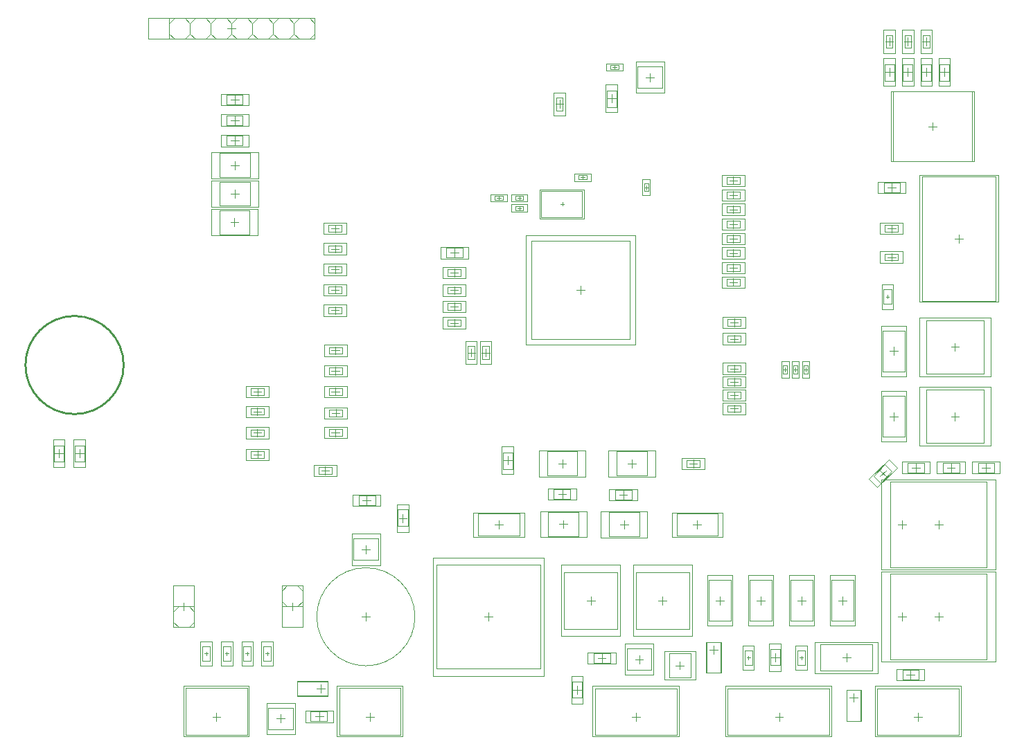
<source format=gbo>
G04*
G04 #@! TF.GenerationSoftware,Altium Limited,Altium Designer,21.8.1 (53)*
G04*
G04 Layer_Color=32896*
%FSLAX44Y44*%
%MOMM*%
G71*
G04*
G04 #@! TF.SameCoordinates,1FB688D2-263A-4AAE-8E22-032C2D514067*
G04*
G04*
G04 #@! TF.FilePolarity,Positive*
G04*
G01*
G75*
%ADD13C,0.2540*%
%ADD14C,0.0500*%
%ADD17C,0.1000*%
D13*
X229000Y545500D02*
G03*
X229000Y545500I-60000J0D01*
G01*
D14*
X422300Y224600D02*
X447700D01*
Y275400D01*
X422300D02*
X447700D01*
X422300Y224600D02*
Y275400D01*
X315200Y224600D02*
Y275400D01*
X289800Y224600D02*
X315200D01*
X289800D02*
Y275400D01*
X315200D01*
X259200Y969950D02*
X462400D01*
Y944550D02*
Y969950D01*
X259200Y944550D02*
X462400D01*
X259200D02*
Y969950D01*
D17*
X585000Y237500D02*
G03*
X585000Y237500I-60000J0D01*
G01*
X847502Y577499D02*
Y697498D01*
X727502Y577499D02*
X847502D01*
X727502D02*
Y697498D01*
X847502D01*
X383002Y705352D02*
Y734652D01*
X346001Y705352D02*
X383002D01*
X346001D02*
Y734652D01*
X383002D01*
X843800Y172300D02*
Y198700D01*
X874200D01*
Y172300D02*
Y198700D01*
X843800Y172300D02*
X874200D01*
X457500Y121500D02*
X477492D01*
X457500Y109500D02*
X477492D01*
X457500D02*
Y121500D01*
X477492Y109500D02*
Y121500D01*
X789250Y138508D02*
Y158500D01*
X777250Y138508D02*
Y158500D01*
X789250D01*
X777250Y138508D02*
X789250D01*
X803758Y181000D02*
X823750D01*
X803758Y193000D02*
X823750D01*
Y181000D02*
Y193000D01*
X803758Y181000D02*
Y193000D01*
X436200Y99800D02*
Y126200D01*
X405800Y99800D02*
X436200D01*
X405800D02*
Y126200D01*
X436200D01*
X895550Y193200D02*
X921950D01*
Y162800D02*
Y193200D01*
X895550Y162800D02*
X921950D01*
X895550D02*
Y193200D01*
X767500Y292301D02*
X832499D01*
X767500Y222701D02*
Y292301D01*
Y222701D02*
X832499D01*
Y292301D01*
X919999Y222701D02*
Y292301D01*
X855000Y222701D02*
X919999D01*
X855000D02*
Y292301D01*
X919999D01*
X967000Y93000D02*
X1091000D01*
X967000D02*
Y150000D01*
X1091000D01*
Y93000D02*
Y150000D01*
X611501Y300998D02*
X738501D01*
X611501Y173998D02*
X738501D01*
X611501D02*
Y300998D01*
X738501Y173998D02*
Y300998D01*
X625000Y654500D02*
X641000D01*
X625000Y662501D02*
X641000D01*
Y654500D02*
Y662501D01*
X625000Y654500D02*
Y662501D01*
X967250Y528750D02*
X983250D01*
X967250Y520749D02*
X983250D01*
X967250D02*
Y528750D01*
X983250Y520749D02*
Y528750D01*
X983000Y593499D02*
Y601500D01*
X967000Y593499D02*
Y601500D01*
Y593499D02*
X983000D01*
X967000Y601500D02*
X983000D01*
Y573499D02*
Y581500D01*
X967000Y573499D02*
Y581500D01*
Y573499D02*
X983000D01*
X967000Y581500D02*
X983000D01*
X1165993Y297498D02*
Y402499D01*
X1283993D01*
Y297498D02*
Y402499D01*
X1165993Y297498D02*
X1283993D01*
X1175000Y350000D02*
X1185000D01*
X1180000Y345000D02*
Y355000D01*
X1157748Y620252D02*
Y637751D01*
X1167248D01*
Y620252D02*
Y637751D01*
X1157748Y620252D02*
X1167248D01*
X1159500Y673500D02*
Y681501D01*
X1175500Y673500D02*
Y681501D01*
X1159500D02*
X1175500D01*
X1159500Y673500D02*
X1175500D01*
X1159500Y708500D02*
Y716501D01*
X1175500Y708500D02*
Y716501D01*
X1159500D02*
X1175500D01*
X1159500Y708500D02*
X1175500D01*
X1204450Y623800D02*
Y776200D01*
X1294450D01*
Y623800D02*
Y776200D01*
X1204450Y623800D02*
X1294450D01*
X1158008Y756500D02*
Y768500D01*
X1178000Y756500D02*
Y768500D01*
X1158008D02*
X1178000D01*
X1158008Y756500D02*
X1178000D01*
X623508Y676750D02*
X643500D01*
X623508Y688750D02*
X643500D01*
Y676750D02*
Y688750D01*
X623508Y676750D02*
Y688750D01*
X983250Y536999D02*
Y545000D01*
X967250Y536999D02*
Y545000D01*
Y536999D02*
X983250D01*
X967250Y545000D02*
X983250D01*
X967250Y512500D02*
X983250D01*
X967250Y504499D02*
X983250D01*
X967250D02*
Y512500D01*
X983250Y504499D02*
Y512500D01*
X967250Y496250D02*
X983250D01*
X967250Y488249D02*
X983250D01*
X967250D02*
Y496250D01*
X983250Y488249D02*
Y496250D01*
X987749Y178752D02*
Y196252D01*
X997248D01*
Y178752D02*
Y196252D01*
X987749Y178752D02*
X997248D01*
X1019000Y178008D02*
X1031000D01*
X1019000Y198000D02*
X1031000D01*
X1019000Y178008D02*
Y198000D01*
X1031000Y178008D02*
Y198000D01*
X1052498Y178752D02*
Y196252D01*
X1061998D01*
Y178752D02*
Y196252D01*
X1052498Y178752D02*
X1061998D01*
X1080750Y171500D02*
Y203500D01*
X1144250Y171500D02*
Y203500D01*
X1080750D02*
X1144250D01*
X1080750Y171500D02*
X1144250D01*
X941500Y168751D02*
Y206251D01*
X958500D01*
Y168751D02*
Y206251D01*
X941500Y168751D02*
X958500D01*
X1180000Y232500D02*
Y242500D01*
X1175000Y237500D02*
X1185000D01*
X1165993Y184998D02*
X1283993D01*
Y289999D01*
X1165993D02*
X1283993D01*
X1165993Y184998D02*
Y289999D01*
X1180758Y160750D02*
X1200751D01*
X1180758Y172750D02*
X1200751D01*
Y160750D02*
Y172750D01*
X1180758Y160750D02*
Y172750D01*
X1112751Y110251D02*
X1129750D01*
Y147751D01*
X1112751D02*
X1129750D01*
X1112751Y110251D02*
Y147751D01*
X1250000Y93000D02*
Y150000D01*
X1150000D02*
X1250000D01*
X1150000Y93000D02*
Y150000D01*
Y93000D02*
X1250000D01*
X905000D02*
Y150000D01*
X805000D02*
X905000D01*
X805000Y93000D02*
Y150000D01*
Y93000D02*
X905000D01*
X1093999Y232500D02*
Y282500D01*
X1120998D01*
Y232500D02*
Y282500D01*
X1093999Y232500D02*
X1120998D01*
X1044002Y282500D02*
X1071002D01*
X1044002Y232500D02*
Y282500D01*
Y232500D02*
X1071002D01*
Y282500D01*
X994002D02*
X1021001D01*
X994002Y232500D02*
Y282500D01*
Y232500D02*
X1021001D01*
Y282500D01*
X943999Y232500D02*
X970998D01*
Y282500D01*
X943999D02*
X970998D01*
X943999Y232500D02*
Y282500D01*
X933250Y420749D02*
Y428750D01*
X917250Y420749D02*
Y428750D01*
Y420749D02*
X933250D01*
X917250Y428750D02*
X933250D01*
X830008Y380750D02*
X850000D01*
X830008Y392750D02*
X850000D01*
Y380750D02*
Y392750D01*
X830008Y380750D02*
Y392750D01*
X774492Y381500D02*
Y393500D01*
X754500Y381500D02*
Y393500D01*
Y381500D02*
X774492D01*
X754500Y393500D02*
X774492D01*
X712500Y336499D02*
Y363498D01*
X662500D02*
X712500D01*
X662500Y336499D02*
Y363498D01*
Y336499D02*
X712500D01*
X748001Y365401D02*
X785002D01*
X748001Y336101D02*
Y365401D01*
Y336101D02*
X785002D01*
Y365401D01*
X955000Y336499D02*
Y363498D01*
X905000D02*
X955000D01*
X905000Y336499D02*
Y363498D01*
Y336499D02*
X955000D01*
X821998Y335849D02*
X858998D01*
Y365148D01*
X821998D02*
X858998D01*
X821998Y335849D02*
Y365148D01*
X831498Y410348D02*
X868499D01*
Y439648D01*
X831498D02*
X868499D01*
X831498Y410348D02*
Y439648D01*
X746501Y439652D02*
X783502D01*
X746501Y410352D02*
Y439652D01*
Y410352D02*
X783502D01*
Y439652D01*
X692250Y438242D02*
X704250D01*
X692250Y418250D02*
X704250D01*
Y438242D01*
X692250Y418250D02*
Y438242D01*
X1060000Y535000D02*
Y545000D01*
X1065000Y535000D02*
Y545000D01*
X1060000Y535000D02*
X1065000D01*
X1060000Y545000D02*
X1065000D01*
X1052500Y535000D02*
Y545000D01*
X1047500Y535000D02*
Y545000D01*
X1052500D01*
X1047500Y535000D02*
X1052500D01*
X1035000D02*
Y545000D01*
X1040000Y535000D02*
Y545000D01*
X1035000Y535000D02*
X1040000D01*
X1035000Y545000D02*
X1040000D01*
X667499Y552500D02*
X675500D01*
X667499Y568500D02*
X675500D01*
X667499Y552500D02*
Y568500D01*
X675500Y552500D02*
Y568500D01*
X649749Y552500D02*
X657750D01*
X649749Y568500D02*
X657750D01*
X649749Y552500D02*
Y568500D01*
X657750Y552500D02*
Y568500D01*
X982000Y767249D02*
Y775250D01*
X966000Y767249D02*
Y775250D01*
Y767249D02*
X982000D01*
X966000Y775250D02*
X982000D01*
X982000Y749499D02*
Y757500D01*
X966000Y749499D02*
Y757500D01*
Y749499D02*
X982000D01*
X966000Y757500D02*
X982000D01*
X966000Y721750D02*
X982000D01*
X966000Y713749D02*
X982000D01*
X966000D02*
Y721750D01*
X982000Y713749D02*
Y721750D01*
X966000Y704000D02*
X982000D01*
X966000Y695999D02*
X982000D01*
X966000D02*
Y704000D01*
X982000Y695999D02*
Y704000D01*
Y678499D02*
Y686500D01*
X966000Y678499D02*
Y686500D01*
Y678499D02*
X982000D01*
X966000Y686500D02*
X982000D01*
Y660499D02*
Y668500D01*
X966000Y660499D02*
Y668500D01*
Y660499D02*
X982000D01*
X966000Y668500D02*
X982000D01*
Y642749D02*
Y650750D01*
X966000Y642749D02*
Y650750D01*
Y642749D02*
X982000D01*
X966000Y650750D02*
X982000D01*
X739498Y726500D02*
Y758500D01*
X789499D01*
Y726500D02*
Y758500D01*
X739498Y726500D02*
X789499D01*
X707500Y747500D02*
X717500D01*
X707500Y752500D02*
X717500D01*
Y747500D02*
Y752500D01*
X707500Y747500D02*
Y752500D01*
Y735000D02*
X717500D01*
X707500Y740000D02*
X717500D01*
Y735000D02*
Y740000D01*
X707500Y735000D02*
Y740000D01*
X682500Y752500D02*
X692500D01*
X682500Y747500D02*
X692500D01*
X682500D02*
Y752500D01*
X692500Y747500D02*
Y752500D01*
X785000Y772500D02*
X795000D01*
X785000Y777500D02*
X795000D01*
Y772500D02*
Y777500D01*
X785000Y772500D02*
Y777500D01*
X757750Y873000D02*
X765751D01*
X757750Y857000D02*
X765751D01*
Y873000D01*
X757750Y857000D02*
Y873000D01*
X857050Y884300D02*
X887450D01*
Y910700D01*
X857050D02*
X887450D01*
X857050Y884300D02*
Y910700D01*
X819250Y881242D02*
X831250D01*
X819250Y861250D02*
X831250D01*
Y881242D01*
X819250Y861250D02*
Y881242D01*
X824000Y907500D02*
X834000D01*
X824000Y912500D02*
X834000D01*
Y907500D02*
Y912500D01*
X824000Y907500D02*
Y912500D01*
X870000Y758000D02*
Y768000D01*
X865000Y758000D02*
Y768000D01*
X870000D01*
X865000Y758000D02*
X870000D01*
X625000Y593000D02*
X641000D01*
X625000Y601001D02*
X641000D01*
Y593000D02*
Y601001D01*
X625000Y593000D02*
Y601001D01*
X625000Y613000D02*
Y621001D01*
X641000Y613000D02*
Y621001D01*
X625000D02*
X641000D01*
X625000Y613000D02*
X641000D01*
X625000Y633000D02*
Y641001D01*
X641000Y633000D02*
Y641001D01*
X625000D02*
X641000D01*
X625000Y633000D02*
X641000D01*
X564250Y348758D02*
X576250D01*
X564250Y368750D02*
X576250D01*
X564250Y348758D02*
Y368750D01*
X576250Y348758D02*
Y368750D01*
X516508Y373750D02*
Y385750D01*
X536500Y373750D02*
Y385750D01*
X516508D02*
X536500D01*
X516508Y373750D02*
X536500D01*
X441251Y141250D02*
Y158250D01*
Y141250D02*
X478751D01*
Y158250D01*
X441251D02*
X478751D01*
X305000Y150750D02*
X380000D01*
Y93250D02*
Y150750D01*
X305000Y93250D02*
X380000D01*
X305000D02*
Y150750D01*
X492500Y93250D02*
Y150750D01*
Y93250D02*
X567500D01*
Y150750D01*
X492500D02*
X567500D01*
X399752Y201248D02*
X409252D01*
X399752Y183749D02*
Y201248D01*
Y183749D02*
X409252D01*
Y201248D01*
X375252D02*
X384752D01*
X375252Y183749D02*
Y201248D01*
Y183749D02*
X384752D01*
Y201248D01*
X350252D02*
X359752D01*
X350252Y183749D02*
Y201248D01*
Y183749D02*
X359752D01*
Y201248D01*
X325252D02*
X334752D01*
X325252Y183749D02*
Y201248D01*
Y183749D02*
X334752D01*
Y201248D01*
X422300Y224600D02*
Y250000D01*
X447700D01*
X422300Y224600D02*
X447700D01*
X422300Y256350D02*
X428650Y250000D01*
X422300Y256350D02*
Y269050D01*
X428650Y275400D01*
X441350D01*
X447700Y269050D01*
Y256350D02*
Y269050D01*
X441350Y250000D02*
X447700Y256350D01*
Y224600D02*
Y250000D01*
X289800D02*
Y275400D01*
Y243650D02*
X296150Y250000D01*
X289800Y230950D02*
Y243650D01*
Y230950D02*
X296150Y224600D01*
X308850D01*
X315200Y230950D01*
Y243650D01*
X308850Y250000D02*
X315200Y243650D01*
X289800Y275400D02*
X315200D01*
X289800Y250000D02*
X315200D01*
Y275400D01*
X169000Y446992D02*
X181000D01*
X169000Y427000D02*
X181000D01*
Y446992D01*
X169000Y427000D02*
Y446992D01*
X144000Y427000D02*
Y446992D01*
X156000Y427000D02*
Y446992D01*
X144000Y427000D02*
X156000D01*
X144000Y446992D02*
X156000D01*
X346501Y769651D02*
X383501D01*
X346501Y740352D02*
Y769651D01*
Y740352D02*
X383501D01*
Y769651D01*
X384500Y432000D02*
X400500D01*
X384500Y440001D02*
X400500D01*
Y432000D02*
Y440001D01*
X384500Y432000D02*
Y440001D01*
X384250Y458500D02*
X400250D01*
X384250Y466501D02*
X400250D01*
Y458500D02*
Y466501D01*
X384250Y458500D02*
Y466501D01*
X384250Y484500D02*
Y492501D01*
X400250Y484500D02*
Y492501D01*
X384250D02*
X400250D01*
X384250Y484500D02*
X400250D01*
X384500Y508750D02*
Y516751D01*
X400500Y508750D02*
Y516751D01*
X384500D02*
X400500D01*
X384500Y508750D02*
X400500D01*
X479750Y458750D02*
Y466751D01*
X495750Y458750D02*
Y466751D01*
X479750D02*
X495750D01*
X479750Y458750D02*
X495750D01*
X480250Y482750D02*
Y490751D01*
X496250Y482750D02*
Y490751D01*
X480250D02*
X496250D01*
X480250Y482750D02*
X496250D01*
X479750Y509000D02*
Y517001D01*
X495750Y509000D02*
Y517001D01*
X479750D02*
X495750D01*
X479750Y509000D02*
X495750D01*
X479750Y534250D02*
X495750D01*
X479750Y542251D02*
X495750D01*
Y534250D02*
Y542251D01*
X479750Y534250D02*
Y542251D01*
Y559250D02*
X495750D01*
X479750Y567252D02*
X495750D01*
Y559250D02*
Y567252D01*
X479750Y559250D02*
Y567252D01*
X467250Y412250D02*
X483250D01*
X467250Y420251D02*
X483250D01*
Y412250D02*
Y420251D01*
X467250Y412250D02*
Y420251D01*
X479500Y658500D02*
X495500D01*
X479500Y666501D02*
X495500D01*
Y658500D02*
Y666501D01*
X479500Y658500D02*
Y666501D01*
Y683500D02*
X495500D01*
X479500Y691501D02*
X495500D01*
Y683500D02*
Y691501D01*
X479500Y683500D02*
Y691501D01*
Y708500D02*
X495500D01*
X479500Y716501D02*
X495500D01*
Y708500D02*
Y716501D01*
X479500Y708500D02*
Y716501D01*
X346501Y804652D02*
X383501D01*
X346501Y775352D02*
Y804652D01*
Y775352D02*
X383501D01*
Y804652D01*
X411600Y963600D02*
X417950Y969950D01*
X430650D01*
X437000Y963600D01*
Y950900D02*
Y963600D01*
X430650Y944550D02*
X437000Y950900D01*
X417950Y944550D02*
X430650D01*
X411600Y950900D02*
X417950Y944550D01*
X360800Y963600D02*
X367150Y969950D01*
X379850D01*
X386200Y963600D01*
Y950900D02*
Y963600D01*
X379850Y944550D02*
X386200Y950900D01*
X367150Y944550D02*
X379850D01*
X360800Y950900D02*
X367150Y944550D01*
X335400Y950900D02*
X341750Y944550D01*
X354450D01*
X360800Y950900D01*
Y963600D01*
X354450Y969950D02*
X360800Y963600D01*
X341750Y969950D02*
X354450D01*
X335400Y963600D02*
X341750Y969950D01*
X310000Y963600D02*
X316350Y969950D01*
X329050D01*
X335400Y963600D01*
Y950900D02*
Y963600D01*
X329050Y944550D02*
X335400Y950900D01*
X316350Y944550D02*
X329050D01*
X310000Y950900D02*
X316350Y944550D01*
X259200D02*
X284600D01*
Y950900D02*
X290950Y944550D01*
X303650D01*
X310000Y950900D01*
Y963600D01*
X303650Y969950D02*
X310000Y963600D01*
X290950Y969950D02*
X303650D01*
X284600Y963600D02*
X290950Y969950D01*
X259200Y944550D02*
Y969950D01*
X284600Y944550D02*
Y969950D01*
X259200D02*
X284600D01*
X386200Y950900D02*
X392550Y944550D01*
X405250D01*
X411600Y950900D01*
Y963600D01*
X405250Y969950D02*
X411600Y963600D01*
X392550Y969950D02*
X405250D01*
X386200Y963600D02*
X392550Y969950D01*
X437000Y950900D02*
X443350Y944550D01*
X456050D01*
X462400Y950900D01*
Y963600D01*
X456050Y969950D02*
X462400Y963600D01*
X443350Y969950D02*
X456050D01*
X437000Y963600D02*
X443350Y969950D01*
X374492Y814000D02*
Y826000D01*
X354500Y814000D02*
Y826000D01*
Y814000D02*
X374492D01*
X354500Y826000D02*
X374492D01*
Y839000D02*
Y851000D01*
X354500Y839000D02*
Y851000D01*
Y839000D02*
X374492D01*
X354500Y851000D02*
X374492D01*
Y864000D02*
Y876000D01*
X354500Y864000D02*
Y876000D01*
Y864000D02*
X374492D01*
X354500Y876000D02*
X374492D01*
X1266018Y795000D02*
Y880000D01*
X1169016D02*
X1266018D01*
X1169016Y795000D02*
Y880000D01*
Y795000D02*
X1266018D01*
X1156502Y587500D02*
X1183501D01*
X1156502Y537500D02*
Y587500D01*
Y537500D02*
X1183501D01*
Y587500D01*
X1210199Y534999D02*
Y599999D01*
Y534999D02*
X1279799D01*
Y599999D01*
X1210199D02*
X1279799D01*
X1210199Y514999D02*
X1279799D01*
Y450000D02*
Y514999D01*
X1210199Y450000D02*
X1279799D01*
X1210199D02*
Y514999D01*
X1183501Y457500D02*
Y507500D01*
X1156502Y457500D02*
X1183501D01*
X1156502D02*
Y507500D01*
X1183501D01*
X1145333Y409818D02*
X1159469Y423954D01*
X1153818Y401333D02*
X1167954Y415469D01*
X1145333Y409818D02*
X1153818Y401333D01*
X1159469Y423954D02*
X1167954Y415469D01*
X1206992Y414000D02*
Y426000D01*
X1187000Y414000D02*
Y426000D01*
Y414000D02*
X1206992D01*
X1187000Y426000D02*
X1206992D01*
X1230508Y414000D02*
Y426000D01*
X1250500Y414000D02*
Y426000D01*
X1230508D02*
X1250500D01*
X1230508Y414000D02*
X1250500D01*
X1273008D02*
Y426000D01*
X1293000Y414000D02*
Y426000D01*
X1273008D02*
X1293000D01*
X1273008Y414000D02*
X1293000D01*
X1225750Y913242D02*
X1237750D01*
X1225750Y893250D02*
X1237750D01*
Y913242D01*
X1225750Y893250D02*
Y913242D01*
X510050Y333200D02*
X540449D01*
X510050Y306800D02*
Y333200D01*
Y306800D02*
X540449D01*
Y333200D01*
X1158750Y913242D02*
X1170750D01*
X1158750Y893250D02*
X1170750D01*
Y913242D01*
X1158750Y893250D02*
Y913242D01*
X1181250D02*
X1193250D01*
X1181250Y893250D02*
X1193250D01*
Y913242D01*
X1181250Y893250D02*
Y913242D01*
X1203750D02*
X1215750D01*
X1203750Y893250D02*
X1215750D01*
Y913242D01*
X1203750Y893250D02*
Y913242D01*
X1205749Y933250D02*
X1213750D01*
X1205749Y949250D02*
X1213750D01*
X1205749Y933250D02*
Y949250D01*
X1213750Y933250D02*
Y949250D01*
X1183249Y933250D02*
X1191250D01*
X1183249Y949250D02*
X1191250D01*
X1183249Y933250D02*
Y949250D01*
X1191250Y933250D02*
Y949250D01*
X1160749Y933250D02*
X1168750D01*
X1160749Y949250D02*
X1168750D01*
X1160749Y933250D02*
Y949250D01*
X1168750Y933250D02*
Y949250D01*
X982000Y731749D02*
Y739750D01*
X966000Y731749D02*
Y739750D01*
Y731749D02*
X982000D01*
X966000Y739750D02*
X982000D01*
X479500Y633500D02*
Y641501D01*
X495500Y633500D02*
Y641501D01*
X479500D02*
X495500D01*
X479500Y633500D02*
X495500D01*
X479500Y608500D02*
Y616501D01*
X495500Y608500D02*
Y616501D01*
X479500D02*
X495500D01*
X479500Y608500D02*
X495500D01*
X585000Y237500D02*
G03*
X585000Y237500I-60000J0D01*
G01*
X782500Y637500D02*
X792500D01*
X787500Y632500D02*
Y642500D01*
X720500Y570500D02*
Y704500D01*
X854500Y570500D02*
Y704500D01*
X720500Y570500D02*
X854500D01*
X720500Y704500D02*
X854500D01*
X336000Y736000D02*
X393000D01*
Y704000D02*
Y736000D01*
X336000Y704000D02*
X393000D01*
X336000D02*
Y736000D01*
X359500Y720000D02*
X369500D01*
X364500Y715000D02*
Y725000D01*
X841500Y166250D02*
X876500D01*
X841500Y204750D02*
X876500D01*
X841500Y166250D02*
Y204750D01*
X876500Y166250D02*
Y204750D01*
X859000Y180500D02*
Y190500D01*
X854000Y185500D02*
X864000D01*
X468000Y110500D02*
Y120500D01*
X463000Y115500D02*
X473000D01*
X485000Y108500D02*
Y122500D01*
X451000Y108500D02*
Y122500D01*
Y108500D02*
X485000D01*
X451000Y122500D02*
X485000D01*
X778250Y148000D02*
X788250D01*
X783250Y143000D02*
Y153000D01*
X776250Y131000D02*
X790250D01*
X776250Y165000D02*
X790250D01*
X776250Y131000D02*
Y165000D01*
X790250Y131000D02*
Y165000D01*
X813250Y182000D02*
Y192000D01*
X808250Y187000D02*
X818250D01*
X796250Y180000D02*
Y194000D01*
X830250Y180000D02*
Y194000D01*
X796250D02*
X830250D01*
X796250Y180000D02*
X830250D01*
X403500Y132250D02*
X438500D01*
X403500Y93750D02*
X438500D01*
Y132250D01*
X403500Y93750D02*
Y132250D01*
X421000Y108000D02*
Y118000D01*
X416000Y113000D02*
X426000D01*
X889500Y160500D02*
Y195500D01*
X928000Y160500D02*
Y195500D01*
X889500D02*
X928000D01*
X889500Y160500D02*
X928000D01*
X903750Y178000D02*
X913750D01*
X908750Y173000D02*
Y183000D01*
X795000Y257500D02*
X805000D01*
X800000Y252500D02*
Y262500D01*
X764000Y214000D02*
Y301000D01*
X836000Y214000D02*
Y301000D01*
X764000Y214000D02*
X836000D01*
X764000Y301000D02*
X836000D01*
X851500D02*
X923500D01*
X851500Y214000D02*
X923500D01*
Y301000D01*
X851500Y214000D02*
Y301000D01*
X887500Y252500D02*
Y262500D01*
X882500Y257500D02*
X892500D01*
X1025000Y115000D02*
X1035000D01*
X1030000Y110000D02*
Y120000D01*
X1094100Y90870D02*
Y153100D01*
X964560D02*
X1094100D01*
X964560Y90870D02*
Y153100D01*
Y90870D02*
X1094100D01*
X675000Y232500D02*
Y242500D01*
X670000Y237500D02*
X680000D01*
X742500Y165000D02*
Y310000D01*
X607500Y165000D02*
X742500D01*
X607500D02*
Y310000D01*
X742500D01*
X619000Y651500D02*
Y665500D01*
X647000Y651500D02*
Y665500D01*
X619000D02*
X647000D01*
X619000Y651500D02*
X647000D01*
X633000Y653750D02*
Y663250D01*
X628250Y658500D02*
X637750D01*
X989250Y517750D02*
Y531750D01*
X961250Y517750D02*
Y531750D01*
Y517750D02*
X989250D01*
X961250Y531750D02*
X989250D01*
X975250Y520000D02*
Y529500D01*
X970500Y524750D02*
X980000D01*
X970250Y597500D02*
X979750D01*
X975000Y592750D02*
Y602250D01*
X961000Y604500D02*
X989000D01*
X961000Y590500D02*
X989000D01*
X961000D02*
Y604500D01*
X989000Y590500D02*
Y604500D01*
X970250Y577500D02*
X979750D01*
X975000Y572750D02*
Y582250D01*
X961000Y584500D02*
X989000D01*
X961000Y570500D02*
X989000D01*
X961000D02*
Y584500D01*
X989000Y570500D02*
Y584500D01*
X1155000Y295000D02*
Y405000D01*
Y295000D02*
X1290000D01*
X1295000D01*
Y405000D01*
X1155000D02*
X1295000D01*
X1225000Y345000D02*
Y355000D01*
X1220000Y350000D02*
X1230000D01*
X1155500Y614000D02*
Y644000D01*
X1169500D01*
Y615000D02*
Y644000D01*
Y614000D02*
Y615000D01*
X1155500Y614000D02*
X1169500D01*
X1160500Y629000D02*
X1164500D01*
X1162500Y627000D02*
Y631000D01*
X1162750Y677500D02*
X1172250D01*
X1167500Y672750D02*
Y682250D01*
X1153500Y670500D02*
X1181500D01*
X1153500Y684500D02*
X1181500D01*
Y670500D02*
Y684500D01*
X1153500Y670500D02*
Y684500D01*
X1162750Y712500D02*
X1172250D01*
X1167500Y707750D02*
Y717250D01*
X1153500Y705500D02*
X1181500D01*
X1153500Y719500D02*
X1181500D01*
Y705500D02*
Y719500D01*
X1153500Y705500D02*
Y719500D01*
X1201740Y777470D02*
X1298260D01*
X1201740Y622530D02*
Y777470D01*
Y622530D02*
X1298260D01*
Y777470D01*
X1245000Y700000D02*
X1255000D01*
X1250000Y695000D02*
Y705000D01*
X1150500Y755500D02*
X1184500D01*
X1150500Y769500D02*
X1184500D01*
Y755500D02*
Y769500D01*
X1150500Y755500D02*
Y769500D01*
X1162500Y762500D02*
X1172500D01*
X1167500Y757500D02*
Y767500D01*
X633000Y677750D02*
Y687750D01*
X628000Y682750D02*
X638000D01*
X616000Y675750D02*
Y689750D01*
X650000Y675750D02*
Y689750D01*
X616000D02*
X650000D01*
X616000Y675750D02*
X650000D01*
X970500Y541000D02*
X980000D01*
X975250Y536250D02*
Y545750D01*
X961250Y548000D02*
X989250D01*
X961250Y534000D02*
X989250D01*
X961250D02*
Y548000D01*
X989250Y534000D02*
Y548000D01*
Y501500D02*
Y515500D01*
X961250Y501500D02*
Y515500D01*
Y501500D02*
X989250D01*
X961250Y515500D02*
X989250D01*
X975250Y503750D02*
Y513250D01*
X970500Y508500D02*
X980000D01*
X989250Y485250D02*
Y499250D01*
X961250Y485250D02*
Y499250D01*
Y485250D02*
X989250D01*
X961250Y499250D02*
X989250D01*
X975250Y487500D02*
Y497000D01*
X970500Y492250D02*
X980000D01*
X985500Y172500D02*
Y202500D01*
X999500D01*
Y173500D02*
Y202500D01*
Y172500D02*
Y173500D01*
X985500Y172500D02*
X999500D01*
X990500Y187500D02*
X994500D01*
X992500Y185500D02*
Y189500D01*
X1032000Y170500D02*
Y204500D01*
X1018000Y170500D02*
Y204500D01*
X1032000D01*
X1018000Y170500D02*
X1032000D01*
X1025000Y182500D02*
Y192500D01*
X1020000Y187500D02*
X1030000D01*
X1050250Y172500D02*
Y202500D01*
X1064250D01*
Y173500D02*
Y202500D01*
Y172500D02*
Y173500D01*
X1050250Y172500D02*
X1064250D01*
X1055250Y187500D02*
X1059250D01*
X1057250Y185500D02*
Y189500D01*
X1107500Y187500D02*
X1117500D01*
X1112500Y182500D02*
Y192500D01*
X1074000Y168500D02*
X1151000D01*
X1074000Y206500D02*
X1151000D01*
Y168500D02*
Y206500D01*
X1074000Y168500D02*
Y206500D01*
X945000Y197250D02*
X955000D01*
X950000Y192250D02*
Y202250D01*
X959000Y168750D02*
Y206251D01*
X941000Y168750D02*
Y206251D01*
X959000D01*
X941000Y168750D02*
X959000D01*
X1220000Y237500D02*
X1230000D01*
X1225000Y232500D02*
Y242500D01*
X1155000Y292500D02*
X1295000D01*
Y182500D02*
Y292500D01*
X1290000Y182500D02*
X1295000D01*
X1155000D02*
X1290000D01*
X1155000D02*
Y292500D01*
X1190250Y161750D02*
Y171750D01*
X1185250Y166750D02*
X1195250D01*
X1173250Y159750D02*
Y173750D01*
X1207250Y159750D02*
Y173750D01*
X1173250D02*
X1207250D01*
X1173250Y159750D02*
X1207250D01*
X1112250Y110250D02*
X1130250D01*
X1112250Y147751D02*
X1130250D01*
X1112250Y110250D02*
Y147751D01*
X1130250Y110250D02*
Y147751D01*
X1121250Y133750D02*
Y143750D01*
X1116250Y138750D02*
X1126250D01*
X1147060Y90870D02*
X1252470D01*
X1147060D02*
Y153100D01*
X1252470D01*
Y90870D02*
Y153100D01*
X1195000Y115000D02*
X1205000D01*
X1200000Y110000D02*
Y120000D01*
X802060Y90870D02*
X907470D01*
X802060D02*
Y153100D01*
X907470D01*
Y90870D02*
Y153100D01*
X850000Y115000D02*
X860000D01*
X855000Y110000D02*
Y120000D01*
X1102500Y257500D02*
X1112500D01*
X1107500Y252500D02*
Y262500D01*
X1092500Y226500D02*
X1122500D01*
Y288500D01*
X1092500D02*
X1122500D01*
X1092500Y226500D02*
Y288500D01*
X1072500Y226500D02*
Y288500D01*
X1042500Y226500D02*
X1072500D01*
X1042500D02*
Y288500D01*
X1072500D01*
X1057500Y252500D02*
Y262500D01*
X1052500Y257500D02*
X1062500D01*
X1022500Y226500D02*
Y288500D01*
X992500Y226500D02*
X1022500D01*
X992500D02*
Y288500D01*
X1022500D01*
X1007500Y252500D02*
Y262500D01*
X1002500Y257500D02*
X1012500D01*
X942500Y226500D02*
Y288500D01*
X972500D01*
Y226500D02*
Y288500D01*
X942500Y226500D02*
X972500D01*
X957500Y252500D02*
Y262500D01*
X952500Y257500D02*
X962500D01*
X920500Y424750D02*
X930000D01*
X925250Y420000D02*
Y429500D01*
X911250Y431750D02*
X939250D01*
X911250Y417750D02*
X939250D01*
X911250D02*
Y431750D01*
X939250Y417750D02*
Y431750D01*
X839500Y381750D02*
Y391750D01*
X834500Y386750D02*
X844500D01*
X822500Y379750D02*
Y393750D01*
X856500Y379750D02*
Y393750D01*
X822500D02*
X856500D01*
X822500Y379750D02*
X856500D01*
X748000Y394500D02*
X782000D01*
X748000Y380500D02*
X782000D01*
X748000D02*
Y394500D01*
X782000Y380500D02*
Y394500D01*
X760000Y387500D02*
X770000D01*
X765000Y382500D02*
Y392500D01*
X656500Y335000D02*
X718500D01*
X656500D02*
Y365000D01*
X718500D01*
Y335000D02*
Y365000D01*
X682500Y350000D02*
X692500D01*
X687500Y345000D02*
Y355000D01*
X766500Y345750D02*
Y355750D01*
X761500Y350750D02*
X771500D01*
X738000Y334750D02*
Y366750D01*
Y334750D02*
X795000D01*
Y366750D01*
X738000D02*
X795000D01*
X899000Y335000D02*
X961000D01*
X899000D02*
Y365000D01*
X961000D01*
Y335000D02*
Y365000D01*
X925000Y350000D02*
X935000D01*
X930000Y345000D02*
Y355000D01*
X840500Y345500D02*
Y355500D01*
X835500Y350500D02*
X845500D01*
X869000Y334500D02*
Y366500D01*
X812000D02*
X869000D01*
X812000Y334500D02*
Y366500D01*
Y334500D02*
X869000D01*
X850000Y420000D02*
Y430000D01*
X845000Y425000D02*
X855000D01*
X878500Y409000D02*
Y441000D01*
X821500D02*
X878500D01*
X821500Y409000D02*
Y441000D01*
Y409000D02*
X878500D01*
X765000Y420000D02*
Y430000D01*
X760000Y425000D02*
X770000D01*
X736500Y409000D02*
Y441000D01*
Y409000D02*
X793500D01*
Y441000D01*
X736500D02*
X793500D01*
X691250Y411750D02*
Y445750D01*
X705250Y411750D02*
Y445750D01*
X691250Y411750D02*
X705250D01*
X691250Y445750D02*
X705250D01*
X698250Y423750D02*
Y433750D01*
X693250Y428750D02*
X703250D01*
X1060000Y540000D02*
X1065000D01*
X1062500Y537500D02*
Y542500D01*
X1058000Y550000D02*
X1067000D01*
X1058000Y530000D02*
X1067000D01*
Y550000D01*
X1058000Y530000D02*
Y550000D01*
X1047500Y540000D02*
X1052500D01*
X1050000Y537500D02*
Y542500D01*
X1045500Y530000D02*
X1054500D01*
X1045500Y550000D02*
X1054500D01*
X1045500Y530000D02*
Y550000D01*
X1054500Y530000D02*
Y550000D01*
X1035000Y540000D02*
X1040000D01*
X1037500Y537500D02*
Y542500D01*
X1033000Y550000D02*
X1042000D01*
X1033000Y530000D02*
X1042000D01*
Y550000D01*
X1033000Y530000D02*
Y550000D01*
X671500Y555750D02*
Y565250D01*
X666749Y560500D02*
X676250D01*
X678500Y546500D02*
Y574500D01*
X664500Y546500D02*
Y574500D01*
X678500D01*
X664500Y546500D02*
X678500D01*
X653750Y555750D02*
Y565250D01*
X649000Y560500D02*
X658500D01*
X660750Y546500D02*
Y574500D01*
X646750Y546500D02*
Y574500D01*
X660750D01*
X646750Y546500D02*
X660750D01*
X969250Y771250D02*
X978750D01*
X974000Y766500D02*
Y776000D01*
X960000Y778250D02*
X988000D01*
X960000Y764250D02*
X988000D01*
X960000D02*
Y778250D01*
X988000Y764250D02*
Y778250D01*
X969250Y753500D02*
X978750D01*
X974000Y748750D02*
Y758251D01*
X960000Y760500D02*
X987999D01*
X960000Y746500D02*
X987999D01*
X960000D02*
Y760500D01*
X987999Y746500D02*
Y760500D01*
X988000Y710750D02*
Y724750D01*
X960000Y710750D02*
Y724750D01*
Y710750D02*
X988000D01*
X960000Y724750D02*
X988000D01*
X974000Y713000D02*
Y722500D01*
X969250Y717750D02*
X978750D01*
X988000Y693000D02*
Y707000D01*
X960000Y693000D02*
Y707000D01*
Y693000D02*
X988000D01*
X960000Y707000D02*
X988000D01*
X974000Y695250D02*
Y704750D01*
X969250Y700000D02*
X978750D01*
X969250Y682500D02*
X978750D01*
X974000Y677750D02*
Y687250D01*
X960000Y689500D02*
X988000D01*
X960000Y675500D02*
X988000D01*
X960000D02*
Y689500D01*
X988000Y675500D02*
Y689500D01*
X969250Y664500D02*
X978750D01*
X974000Y659750D02*
Y669250D01*
X960000Y671500D02*
X988000D01*
X960000Y657500D02*
X988000D01*
X960000D02*
Y671500D01*
X988000Y657500D02*
Y671500D01*
X969250Y646750D02*
X978750D01*
X974000Y642000D02*
Y651500D01*
X960000Y653750D02*
X988000D01*
X960000Y639750D02*
X988000D01*
X960000D02*
Y653750D01*
X988000Y639750D02*
Y653750D01*
X765000Y740500D02*
Y744500D01*
X763000Y742500D02*
X767000D01*
X737500Y724500D02*
X791500D01*
Y760500D01*
X737500D02*
X791500D01*
X737500Y724500D02*
Y760500D01*
X712500Y747500D02*
Y752500D01*
X710000Y750000D02*
X715000D01*
X702500Y745500D02*
Y754500D01*
X722500Y745500D02*
Y754500D01*
X702500D02*
X722500D01*
X702500Y745500D02*
X722500D01*
X712500Y735000D02*
Y740000D01*
X710000Y737500D02*
X715000D01*
X702500Y733000D02*
Y742000D01*
X722500Y733000D02*
Y742000D01*
X702500D02*
X722500D01*
X702500Y733000D02*
X722500D01*
X687500Y747500D02*
Y752500D01*
X685000Y750000D02*
X690000D01*
X697500Y745500D02*
Y754500D01*
X677500Y745500D02*
Y754500D01*
Y745500D02*
X697500D01*
X677500Y754500D02*
X697500D01*
X790000Y772500D02*
Y777500D01*
X787500Y775000D02*
X792500D01*
X780000Y770500D02*
Y779500D01*
X800000Y770500D02*
Y779500D01*
X780000D02*
X800000D01*
X780000Y770500D02*
X800000D01*
X761750Y860250D02*
Y869750D01*
X757000Y865000D02*
X766500D01*
X754750Y851000D02*
Y879000D01*
X768750Y851000D02*
Y879000D01*
X754750Y851000D02*
X768750D01*
X754750Y879000D02*
X768750D01*
X867250Y897500D02*
X877250D01*
X872250Y892500D02*
Y902500D01*
X889750Y878250D02*
Y916750D01*
X854750Y878250D02*
Y916750D01*
X889750D01*
X854750Y878250D02*
X889750D01*
X818250Y854750D02*
Y888750D01*
X832250Y854750D02*
Y888750D01*
X818250Y854750D02*
X832250D01*
X818250Y888750D02*
X832250D01*
X825250Y866750D02*
Y876750D01*
X820250Y871750D02*
X830250D01*
X829000Y907500D02*
Y912500D01*
X826500Y910000D02*
X831500D01*
X819000Y905500D02*
Y914500D01*
X839000Y905500D02*
Y914500D01*
X819000D02*
X839000D01*
X819000Y905500D02*
X839000D01*
X865000Y763000D02*
X870000D01*
X867500Y760500D02*
Y765500D01*
X863000Y753000D02*
X872000D01*
X863000Y773000D02*
X872000D01*
X863000Y753000D02*
Y773000D01*
X872000Y753000D02*
Y773000D01*
X619000Y590000D02*
Y604000D01*
X647000Y590000D02*
Y604000D01*
X619000D02*
X647000D01*
X619000Y590000D02*
X647000D01*
X633000Y592250D02*
Y601750D01*
X628250Y597000D02*
X637750D01*
X628250Y617000D02*
X637750D01*
X632999Y612250D02*
Y621750D01*
X618999Y610000D02*
X647000D01*
X618999Y624000D02*
X647000D01*
Y610000D02*
Y624000D01*
X618999Y610000D02*
Y624000D01*
X628250Y637000D02*
X637750D01*
X633000Y632250D02*
Y641750D01*
X619000Y630000D02*
X647000D01*
X619000Y644000D02*
X647000D01*
Y630000D02*
Y644000D01*
X619000Y630000D02*
Y644000D01*
X577250Y341250D02*
Y375250D01*
X563250Y341250D02*
Y375250D01*
X577250D01*
X563250Y341250D02*
X577250D01*
X570250Y353250D02*
Y363250D01*
X565250Y358250D02*
X575250D01*
X509000Y372750D02*
X543000D01*
X509000Y386750D02*
X543000D01*
Y372750D02*
Y386750D01*
X509000Y372750D02*
Y386750D01*
X521000Y379750D02*
X531000D01*
X526000Y374750D02*
Y384750D01*
X441250Y140750D02*
Y158750D01*
X478751Y140750D02*
Y158750D01*
X441250D02*
X478751D01*
X441250Y140750D02*
X478751D01*
X464750Y149750D02*
X474750D01*
X469750Y144750D02*
Y154750D01*
X337500Y115000D02*
X347500D01*
X342500Y110000D02*
Y120000D01*
X382070Y90870D02*
Y153100D01*
X302060D02*
X382070D01*
X302060Y90870D02*
Y153100D01*
Y90870D02*
X382070D01*
X489560D02*
X569570D01*
X489560D02*
Y153100D01*
X569570D01*
Y90870D02*
Y153100D01*
X530000Y110000D02*
Y120000D01*
X525000Y115000D02*
X535000D01*
X520000Y237500D02*
X530000D01*
X525000Y232500D02*
Y242500D01*
X404500Y190500D02*
Y194500D01*
X402500Y192500D02*
X406500D01*
X397500Y207500D02*
X411500D01*
X397500Y206500D02*
Y207500D01*
Y177500D02*
Y206500D01*
Y177500D02*
X411500D01*
Y207500D01*
X380000Y190500D02*
Y194500D01*
X378000Y192500D02*
X382000D01*
X373000Y207500D02*
X387000D01*
X373000Y206500D02*
Y207500D01*
Y177500D02*
Y206500D01*
Y177500D02*
X387000D01*
Y207500D01*
X355000Y190500D02*
Y194500D01*
X353000Y192500D02*
X357000D01*
X348000Y207500D02*
X362000D01*
X348000Y206500D02*
Y207500D01*
Y177500D02*
Y206500D01*
Y177500D02*
X362000D01*
Y207500D01*
X330000Y190500D02*
Y194500D01*
X328000Y192500D02*
X332000D01*
X323000Y207500D02*
X337000D01*
X323000Y206500D02*
Y207500D01*
Y177500D02*
Y206500D01*
Y177500D02*
X337000D01*
Y207500D01*
X430000Y250000D02*
X440000D01*
X435000Y245000D02*
Y255000D01*
X302500Y245000D02*
Y255000D01*
X297500Y250000D02*
X307500D01*
X168000Y420500D02*
Y454500D01*
X182000Y420500D02*
Y454500D01*
X168000Y420500D02*
X182000D01*
X168000Y454500D02*
X182000D01*
X175000Y432500D02*
Y442500D01*
X170000Y437500D02*
X180000D01*
X145000D02*
X155000D01*
X150000Y432500D02*
Y442500D01*
X143000Y454500D02*
X157000D01*
X143000Y420500D02*
X157000D01*
Y454500D01*
X143000Y420500D02*
Y454500D01*
X365000Y750000D02*
Y760000D01*
X360000Y755000D02*
X370000D01*
X336500Y739000D02*
Y771000D01*
Y739000D02*
X393500D01*
Y771000D01*
X336500D02*
X393500D01*
X378500Y429000D02*
Y443000D01*
X406500Y429000D02*
Y443000D01*
X378500D02*
X406500D01*
X378500Y429000D02*
X406500D01*
X392500Y431250D02*
Y440751D01*
X387750Y436000D02*
X397250D01*
X378250Y455500D02*
Y469500D01*
X406250Y455500D02*
Y469500D01*
X378250D02*
X406250D01*
X378250Y455500D02*
X406250D01*
X392250Y457750D02*
Y467250D01*
X387500Y462500D02*
X397000D01*
X387500Y488500D02*
X397000D01*
X392250Y483750D02*
Y493250D01*
X378250Y481500D02*
X406250D01*
X378250Y495500D02*
X406250D01*
Y481500D02*
Y495500D01*
X378250Y481500D02*
Y495500D01*
X387750Y512750D02*
X397250D01*
X392500Y508000D02*
Y517500D01*
X378500Y505750D02*
X406500D01*
X378500Y519750D02*
X406500D01*
Y505750D02*
Y519750D01*
X378500Y505750D02*
Y519750D01*
X483000Y462750D02*
X492500D01*
X487750Y458000D02*
Y467500D01*
X473750Y455750D02*
X501750D01*
X473750Y469750D02*
X501750D01*
Y455750D02*
Y469750D01*
X473750Y455750D02*
Y469750D01*
X483500Y486750D02*
X493000D01*
X488250Y482000D02*
Y491500D01*
X474250Y479750D02*
X502250D01*
X474250Y493750D02*
X502250D01*
Y479750D02*
Y493750D01*
X474250Y479750D02*
Y493750D01*
X483000Y513000D02*
X492500D01*
X487750Y508250D02*
Y517750D01*
X473750Y506000D02*
X501750D01*
X473750Y520000D02*
X501750D01*
Y506000D02*
Y520000D01*
X473750Y506000D02*
Y520000D01*
X473750Y531250D02*
Y545250D01*
X501750Y531250D02*
Y545250D01*
X473750D02*
X501750D01*
X473750Y531250D02*
X501750D01*
X487750Y533500D02*
Y543000D01*
X483000Y538250D02*
X492500D01*
X473750Y556250D02*
Y570250D01*
X501750Y556250D02*
Y570250D01*
X473750D02*
X501750D01*
X473750Y556250D02*
X501750D01*
X487750Y558500D02*
Y568000D01*
X483000Y563250D02*
X492500D01*
X461250Y409250D02*
Y423250D01*
X489250Y409250D02*
Y423250D01*
X461250D02*
X489250D01*
X461250Y409250D02*
X489250D01*
X475250Y411500D02*
Y421000D01*
X470500Y416250D02*
X480000D01*
X473500Y655500D02*
Y669500D01*
X501500Y655500D02*
Y669500D01*
X473500D02*
X501500D01*
X473500Y655500D02*
X501500D01*
X487500Y657750D02*
Y667250D01*
X482750Y662500D02*
X492250D01*
X473500Y680500D02*
Y694500D01*
X501500Y680500D02*
Y694500D01*
X473500D02*
X501500D01*
X473500Y680500D02*
X501500D01*
X487500Y682750D02*
Y692250D01*
X482750Y687500D02*
X492250D01*
X473500Y705500D02*
Y719500D01*
X501500Y705500D02*
Y719500D01*
X473500D02*
X501500D01*
X473500Y705500D02*
X501500D01*
X487500Y707750D02*
Y717250D01*
X482750Y712500D02*
X492250D01*
X365000Y785000D02*
Y795000D01*
X360000Y790000D02*
X370000D01*
X336500Y774000D02*
Y806000D01*
Y774000D02*
X393500D01*
Y806000D01*
X336500D02*
X393500D01*
X355800Y957250D02*
X365800D01*
X360800Y952250D02*
Y962250D01*
X348000Y827000D02*
X382000D01*
X348000Y813000D02*
X382000D01*
X348000D02*
Y827000D01*
X382000Y813000D02*
Y827000D01*
X360000Y820000D02*
X370000D01*
X365000Y815000D02*
Y825000D01*
X348000Y852000D02*
X382000D01*
X348000Y838000D02*
X382000D01*
X348000D02*
Y852000D01*
X382000Y838000D02*
Y852000D01*
X360000Y845000D02*
X370000D01*
X365000Y840000D02*
Y850000D01*
X348000Y877000D02*
X382000D01*
X348000Y863000D02*
X382000D01*
X348000D02*
Y877000D01*
X382000Y863000D02*
Y877000D01*
X360000Y870000D02*
X370000D01*
X365000Y865000D02*
Y875000D01*
X1212500Y837500D02*
X1222500D01*
X1217500Y832500D02*
Y842500D01*
X1166500Y880500D02*
X1268500D01*
X1166500Y794500D02*
Y880500D01*
Y794500D02*
X1268500D01*
Y880500D01*
X1185000Y531500D02*
Y593500D01*
X1155000Y531500D02*
X1185000D01*
X1155000D02*
Y593500D01*
X1185000D01*
X1170000Y557500D02*
Y567500D01*
X1165000Y562500D02*
X1175000D01*
X1245000Y562500D02*
Y572500D01*
X1240000Y567500D02*
X1250000D01*
X1201500Y531500D02*
X1288500D01*
X1201500Y603500D02*
X1288500D01*
Y531500D02*
Y603500D01*
X1201500Y531500D02*
Y603500D01*
Y446500D02*
Y518500D01*
X1288500Y446500D02*
Y518500D01*
X1201500D02*
X1288500D01*
X1201500Y446500D02*
X1288500D01*
X1240000Y482500D02*
X1250000D01*
X1245000Y477500D02*
Y487500D01*
X1165000Y482500D02*
X1175000D01*
X1170000Y477500D02*
Y487500D01*
X1155000Y513500D02*
X1185000D01*
X1155000Y451500D02*
Y513500D01*
Y451500D02*
X1185000D01*
Y513500D01*
X1153464Y416536D02*
X1160536Y409464D01*
X1153464Y409465D02*
X1160536Y416536D01*
X1164071Y429971D02*
X1173971Y420071D01*
X1140030Y405929D02*
X1149929Y396030D01*
X1173971Y420071D01*
X1140030Y405929D02*
X1164071Y429971D01*
X1180500Y427000D02*
X1214500D01*
X1180500Y413000D02*
X1214500D01*
X1180500D02*
Y427000D01*
X1214500Y413000D02*
Y427000D01*
X1192500Y420000D02*
X1202500D01*
X1197500Y415000D02*
Y425000D01*
X1223000Y413000D02*
X1257000D01*
X1223000Y427000D02*
X1257000D01*
Y413000D02*
Y427000D01*
X1223000Y413000D02*
Y427000D01*
X1235000Y420000D02*
X1245000D01*
X1240000Y415000D02*
Y425000D01*
X1265500Y413000D02*
X1299500D01*
X1265500Y427000D02*
X1299500D01*
Y413000D02*
Y427000D01*
X1265500Y413000D02*
Y427000D01*
X1277500Y420000D02*
X1287500D01*
X1282500Y415000D02*
Y425000D01*
X1224750Y886751D02*
Y920751D01*
X1238750Y886751D02*
Y920751D01*
X1224750Y886751D02*
X1238750D01*
X1224750Y920751D02*
X1238750D01*
X1231750Y898751D02*
Y908751D01*
X1226750Y903750D02*
X1236750D01*
X520250Y320000D02*
X530250D01*
X525250Y315000D02*
Y325000D01*
X507750Y300750D02*
Y339250D01*
X542750Y300750D02*
Y339250D01*
X507750Y300750D02*
X542750D01*
X507750Y339250D02*
X542750D01*
X1157750Y886750D02*
Y920750D01*
X1171750Y886750D02*
Y920750D01*
X1157750Y886750D02*
X1171750D01*
X1157750Y920750D02*
X1171750D01*
X1164750Y898750D02*
Y908750D01*
X1159750Y903750D02*
X1169750D01*
X1180250Y886750D02*
Y920750D01*
X1194250Y886750D02*
Y920750D01*
X1180250Y886750D02*
X1194250D01*
X1180250Y920750D02*
X1194250D01*
X1187250Y898750D02*
Y908750D01*
X1182250Y903750D02*
X1192250D01*
X1202750Y886750D02*
Y920750D01*
X1216750Y886750D02*
Y920750D01*
X1202750Y886750D02*
X1216750D01*
X1202750Y920750D02*
X1216750D01*
X1209750Y898750D02*
Y908750D01*
X1204750Y903750D02*
X1214750D01*
X1209750Y936500D02*
Y946000D01*
X1205000Y941250D02*
X1214500D01*
X1216750Y927250D02*
Y955250D01*
X1202750Y927250D02*
Y955250D01*
X1216750D01*
X1202750Y927250D02*
X1216750D01*
X1187250Y936500D02*
Y946000D01*
X1182500Y941250D02*
X1192000D01*
X1194250Y927250D02*
Y955250D01*
X1180250Y927250D02*
Y955250D01*
X1194250D01*
X1180250Y927250D02*
X1194250D01*
X1164750Y936500D02*
Y946000D01*
X1160000Y941250D02*
X1169500D01*
X1171750Y927250D02*
Y955250D01*
X1157750Y927250D02*
Y955250D01*
X1171750D01*
X1157750Y927250D02*
X1171750D01*
X969250Y735750D02*
X978750D01*
X974000Y731000D02*
Y740500D01*
X960000Y742750D02*
X988000D01*
X960000Y728750D02*
X988000D01*
X960000D02*
Y742750D01*
X988000Y728750D02*
Y742750D01*
X482750Y637500D02*
X492250D01*
X487500Y632750D02*
Y642250D01*
X473500Y630500D02*
X501500D01*
X473500Y644500D02*
X501500D01*
Y630500D02*
Y644500D01*
X473500Y630500D02*
Y644500D01*
X482750Y612500D02*
X492250D01*
X487500Y607750D02*
Y617250D01*
X473500Y605500D02*
X501500D01*
X473500Y619500D02*
X501500D01*
Y605500D02*
Y619500D01*
X473500Y605500D02*
Y619500D01*
M02*

</source>
